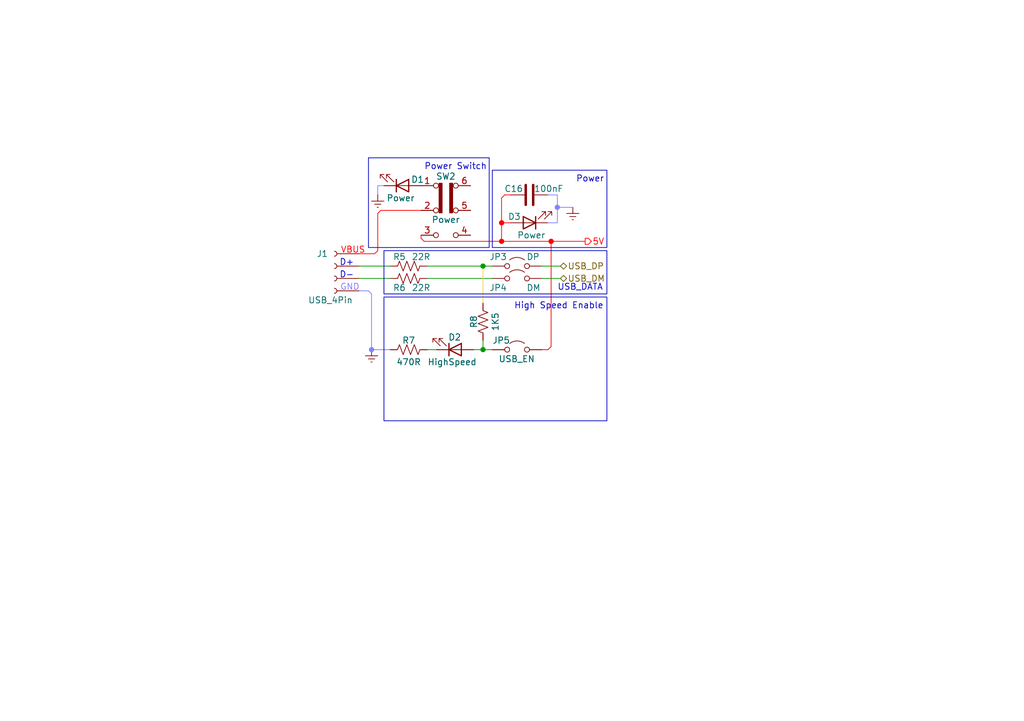
<source format=kicad_sch>
(kicad_sch (version 20231120) (generator "eeschema") (generator_version "8.0")
  (paper "A5")
  (title_block (title "USB Receptacle") (date "2024-10-26") (company "Designer: Ginsakura"))
  (lib_symbols
    (symbol "Connector:Conn_01x04_Socket" (pin_numbers hide) (pin_names (offset 1.016) hide)
      (property "Reference" "J" (at 0 5.08 0))
      (property "Value" "Conn_01x04_Socket" (at 0 -7.62 0))
      (symbol "Conn_01x04_Socket_1_1"
        (arc (start 0 -4.572) (mid -0.5058 -5.08) (end 0 -5.588) (stroke (width 0.1524)))
        (arc (start 0 -2.032) (mid -0.5058 -2.54) (end 0 -3.048) (stroke (width 0.1524)))
        (polyline (pts (xy -1.27 -5.08) (xy -0.508 -5.08)) (stroke (width 0.1524)))
        (polyline (pts (xy -1.27 -2.54) (xy -0.508 -2.54)) (stroke (width 0.1524)))
        (polyline (pts (xy -1.27 0) (xy -0.508 0)) (stroke (width 0.1524)))
        (polyline (pts (xy -1.27 2.54) (xy -0.508 2.54)) (stroke (width 0.1524)))
        (arc (start 0 0.508) (mid -0.5058 0) (end 0 -0.508) (stroke (width 0.1524)))
        (arc (start 0 3.048) (mid -0.5058 2.54) (end 0 2.032) (stroke (width 0.1524)))
        (pin passive line (at -5.08 2.54 0) (length 3.81) (name "Pin_1") (number "1"))
        (pin passive line (at -5.08 0 0) (length 3.81) (name "Pin_2") (number "2"))
        (pin passive line (at -5.08 -2.54 0) (length 3.81) (name "Pin_3") (number "3"))
        (pin passive line (at -5.08 -5.08 0) (length 3.81) (name "Pin_4") (number "4"))
      )
    )
    (symbol "Device:C" (pin_numbers hide) (pin_names (offset 0.254))
      (property "Reference" "C" (at 0.635 2.54 0))
      (property "Value" "C" (at 0.635 -2.54 0))
      (symbol "C_0_1"
        (polyline (pts (xy -2.032 -0.762) (xy 2.032 -0.762)) (stroke (width 0.508)))
        (polyline (pts (xy -2.032 0.762) (xy 2.032 0.762)) (stroke (width 0.508)))
      )
      (symbol "C_1_1"
        (pin passive line (at 0 3.81 270) (length 2.794) (name "~") (number "1"))
        (pin passive line (at 0 -3.81 90) (length 2.794) (name "~") (number "2"))
      )
    )
    (symbol "Device:LED" (pin_numbers hide) (pin_names (offset 1.016) hide)
      (property "Reference" "D" (at 0 2.54 0))
      (property "Value" "LED" (at 0 -2.54 0))
      (symbol "LED_0_1"
        (polyline (pts (xy -1.27 -1.27) (xy -1.27 1.27)) (stroke (width 0.254)))
        (polyline (pts (xy -1.27 0) (xy 1.27 0)))
        (polyline (pts (xy 1.27 -1.27) (xy 1.27 1.27) (xy -1.27 0) (xy 1.27 -1.27)) (stroke (width 0.254)))
        (polyline (pts (xy -3.048 -0.762) (xy -4.572 -2.286) (xy -3.81 -2.286) (xy -4.572 -2.286) (xy -4.572 -1.524)))
        (polyline (pts (xy -1.778 -0.762) (xy -3.302 -2.286) (xy -2.54 -2.286) (xy -3.302 -2.286) (xy -3.302 -1.524)))
      )
      (symbol "LED_1_1"
        (pin passive line (at -3.81 0 0) (length 2.54) (name "K") (number "1"))
        (pin passive line (at 3.81 0 180) (length 2.54) (name "A") (number "2"))
      )
    )
    (symbol "Device:R_US" (pin_numbers hide) (pin_names (offset 0))
      (property "Reference" "R" (at 2.54 0 90))
      (property "Value" "R_US" (at -2.54 0 90))
      (symbol "R_US_0_1"
        (polyline (pts (xy 0 -2.286) (xy 0 -2.54)))
        (polyline (pts (xy 0 2.286) (xy 0 2.54)))
        (polyline (pts (xy 0 -0.762) (xy 1.016 -1.143) (xy 0 -1.524) (xy -1.016 -1.905) (xy 0 -2.286)))
        (polyline (pts (xy 0 0.762) (xy 1.016 0.381) (xy 0 0) (xy -1.016 -0.381) (xy 0 -0.762)))
        (polyline (pts (xy 0 2.286) (xy 1.016 1.905) (xy 0 1.524) (xy -1.016 1.143) (xy 0 0.762)))
      )
      (symbol "R_US_1_1"
        (pin passive line (at 0 3.81 270) (length 1.27) (name "~") (number "1"))
        (pin passive line (at 0 -3.81 90) (length 1.27) (name "~") (number "2"))
      )
    )
    (symbol "Jumper:Jumper_2_Open" (pin_numbers hide) (pin_names (offset 0) hide) (exclude_from_sim yes)
      (property "Reference" "JP" (at 0 2.794 0))
      (property "Value" "Jumper_2_Open" (at 0 -2.286 0))
      (symbol "Jumper_2_Open_0_0"
        (circle (center -2.032 0) (radius 0.508))
        (circle (center 2.032 0) (radius 0.508))
      )
      (symbol "Jumper_2_Open_0_1"
        (arc (start 1.524 1.27) (mid 0 1.778) (end -1.524 1.27))
      )
      (symbol "Jumper_2_Open_1_1"
        (pin passive line (at -5.08 0 0) (length 2.54) (name "A") (number "1"))
        (pin passive line (at 5.08 0 180) (length 2.54) (name "B") (number "2"))
      )
    )
    (symbol "Jumper_2_Open_1" (pin_numbers hide) (pin_names (offset 0) hide) (exclude_from_sim yes)
      (property "Reference" "JP" (at 0 2.794 0))
      (property "Value" "Jumper_2_Open" (at 0 -2.286 0))
      (symbol "Jumper_2_Open_1_0_0"
        (circle (center -2.032 0) (radius 0.508))
        (circle (center 2.032 0) (radius 0.508))
      )
      (symbol "Jumper_2_Open_1_0_1"
        (arc (start 1.524 1.27) (mid 0 1.778) (end -1.524 1.27))
      )
      (symbol "Jumper_2_Open_1_1_1"
        (pin passive line (at -5.08 0 0) (length 2.54) (name "A") (number "1"))
        (pin passive line (at 5.08 0 180) (length 2.54) (name "B") (number "2"))
      )
    )
    (symbol "Switch:SW_Slide_DPDT" (pin_names (offset 0) hide)
      (property "Reference" "SW" (at 0 6.858 0))
      (property "Value" "SW_Slide_DPDT" (at 0 -8.128 0))
      (symbol "SW_Slide_DPDT_0_0"
        (circle (center -2.032 -5.08) (radius 0.508))
        (circle (center -2.032 5.08) (radius 0.508))
        (circle (center 2.032 -5.08) (radius 0.508))
        (circle (center 2.032 0) (radius 0.508))
      )
      (symbol "SW_Slide_DPDT_0_1"
        (circle (center -2.032 0) (radius 0.508))
        (circle (center 2.032 5.08) (radius 0.508))
      )
      (symbol "SW_Slide_DPDT_1_1"
        (rectangle (start -1.397 5.588) (end -0.762 -0.508) (fill (type outline)))
        (rectangle (start 0.762 5.588) (end 1.397 -0.508) (fill (type outline)))
        (pin passive line (at -5.08 5.08 0) (length 2.54) (name "A") (number "1"))
        (pin passive line (at -5.08 0 0) (length 2.54) (name "B") (number "2"))
        (pin passive line (at -5.08 -5.08 0) (length 2.54) (name "C") (number "3"))
        (pin passive line (at 5.08 -5.08 180) (length 2.54) (name "A") (number "4"))
        (pin passive line (at 5.08 0 180) (length 2.54) (name "B") (number "5"))
        (pin passive line (at 5.08 5.08 180) (length 2.54) (name "C") (number "6"))
      )
    )
    (symbol "power:Earth" (power) (pin_numbers hide) (pin_names (offset 0) hide)
      (property "Value" "Earth" (at 0 -3.81 0))
      (symbol "Earth_0_1"
        (polyline (pts (xy -0.635 -1.905) (xy 0.635 -1.905)))
        (polyline (pts (xy -0.127 -2.54) (xy 0.127 -2.54)))
        (polyline (pts (xy 0 -1.27) (xy 0 0)))
        (polyline (pts (xy 1.27 -1.27) (xy -1.27 -1.27)))
      )
      (symbol "Earth_1_1"
        (pin power_in line (at 0 0 270) (length 0) (name "~") (number "1"))
      )
    )
  )
  (junction (at 102.87 45.72) (color 255 0 0 1))
  (junction (at 102.87 49.53) (color 255 0 0 1))
  (junction (at 99.06 54.61))
  (junction (at 76.2 71.755) (color 127 127 255 1))
  (junction (at 99.06 71.755))
  (junction (at 113.03 49.53) (color 255 0 0 1))
  (junction (at 114.3 42.545) (color 127 127 255 1))
  (wire (pts (xy 111.125 57.15) (xy 114.935 57.15)))
  (wire (pts (xy 114.3 42.545) (xy 114.3 40.005)) (stroke (width 0) (color 127 127 255 1)))
  (wire (pts (xy 99.06 69.85) (xy 99.06 71.755)))
  (wire (pts (xy 103.505 40.005) (xy 104.775 40.005)) (stroke (width 0) (color 255 0 0 1)))
  (wire (pts (xy 111.125 54.61) (xy 114.935 54.61)))
  (wire (pts (xy 73.66 59.69) (xy 75.565 59.69)) (stroke (width 0) (color 127 127 255 1)))
  (wire (pts (xy 75.565 59.69) (xy 76.2 60.325)) (stroke (width 0) (color 127 127 255 1)))
  (wire (pts (xy 102.87 49.53) (xy 113.03 49.53)) (stroke (width 0) (color 255 0 0 1)))
  (wire (pts (xy 73.66 57.15) (xy 80.01 57.15)))
  (wire (pts (xy 112.395 71.755) (xy 113.03 71.12)) (stroke (width 0) (color 255 0 0 1)))
  (wire (pts (xy 102.87 40.64) (xy 102.87 45.72)) (stroke (width 0) (color 255 0 0 1)))
  (wire (pts (xy 102.87 45.72) (xy 104.775 45.72)) (stroke (width 0) (color 255 0 0 1)))
  (wire (pts (xy 76.2 71.755) (xy 80.01 71.755)) (stroke (width 0) (color 127 127 255 1)))
  (wire (pts (xy 87.63 71.755) (xy 89.535 71.755)))
  (wire (pts (xy 76.2 60.325) (xy 76.2 71.755)) (stroke (width 0) (color 127 127 255 1)))
  (wire (pts (xy 77.47 43.815) (xy 78.105 43.18)) (stroke (width 0) (color 255 0 0 1)))
  (wire (pts (xy 114.3 40.005) (xy 112.395 40.005)) (stroke (width 0) (color 127 127 255 1)))
  (wire (pts (xy 113.03 49.53) (xy 120.015 49.53)) (stroke (width 0) (color 255 0 0 1)))
  (wire (pts (xy 99.06 62.23) (xy 99.06 54.61)) (stroke (width 0) (color 255 202 70 1)))
  (wire (pts (xy 102.87 40.64) (xy 103.505 40.005)) (stroke (width 0) (color 255 0 0 1)))
  (wire (pts (xy 114.3 42.545) (xy 114.3 45.72)) (stroke (width 0) (color 127 127 255 1)))
  (wire (pts (xy 86.36 48.26) (xy 86.36 48.895)) (stroke (width 0) (color 255 0 0 1)))
  (wire (pts (xy 113.03 49.53) (xy 113.03 71.12)) (stroke (width 0) (color 255 0 0 1)))
  (wire (pts (xy 99.06 54.61) (xy 100.965 54.61)))
  (wire (pts (xy 77.47 51.435) (xy 76.835 52.07)) (stroke (width 0) (color 255 0 0 1)))
  (wire (pts (xy 117.475 42.545) (xy 114.3 42.545)) (stroke (width 0) (color 127 127 255 1)))
  (wire (pts (xy 87.63 54.61) (xy 99.06 54.61)))
  (wire (pts (xy 97.155 71.755) (xy 99.06 71.755)))
  (wire (pts (xy 87.63 57.15) (xy 100.965 57.15)))
  (wire (pts (xy 112.395 45.72) (xy 114.3 45.72)) (stroke (width 0) (color 127 127 255 1)))
  (wire (pts (xy 99.06 71.755) (xy 100.965 71.755)))
  (wire (pts (xy 73.66 54.61) (xy 80.01 54.61)))
  (wire (pts (xy 77.47 38.1) (xy 78.74 38.1)) (stroke (width 0) (color 127 127 255 1)))
  (wire (pts (xy 86.995 49.53) (xy 102.87 49.53)) (stroke (width 0) (color 255 0 0 1)))
  (wire (pts (xy 73.66 52.07) (xy 76.835 52.07)) (stroke (width 0) (color 255 0 0 1)))
  (wire (pts (xy 86.995 49.53) (xy 86.36 48.895)) (stroke (width 0) (color 255 0 0 1)))
  (wire (pts (xy 77.47 43.815) (xy 77.47 51.435)) (stroke (width 0) (color 255 0 0 1)))
  (wire (pts (xy 78.105 43.18) (xy 86.36 43.18)) (stroke (width 0) (color 255 0 0 1)))
  (wire (pts (xy 102.87 45.72) (xy 102.87 49.53)) (stroke (width 0) (color 255 0 0 1)))
  (wire (pts (xy 111.125 71.755) (xy 112.395 71.755)) (stroke (width 0) (color 255 0 0 1)))
  (wire (pts (xy 77.47 40.005) (xy 77.47 38.1)) (stroke (width 0) (color 127 127 255 1)))
  (rectangle (start 78.74 60.96) (end 124.46 86.36))
  (rectangle (start 100.965 34.925) (end 124.46 50.8))
  (rectangle (start 75.565 32.385) (end 100.33 50.8))
  (rectangle (start 78.74 51.435) (end 124.46 60.325))
  (text "D+" (at 71.12 53.975 0) (effects (font (size 1.27 1.27))))
  (text "Power" (at 118.11 36.83 0) (effects (font (size 1.27 1.27)) (justify left)))
  (text "Power Switch" (at 86.995 34.29 0) (effects (font (size 1.27 1.27)) (justify left)))
  (text "USB_DATA" (at 114.3 59.055 0) (effects (font (size 1.27 1.27)) (justify left)))
  (text "VBUS" (at 72.39 51.435 0) (effects (font (size 1.27 1.27))))
  (text "GND" (at 71.755 59.055 0) (effects (font (size 1.27 1.27))))
  (text "High Speed Enable" (at 105.41 62.865 0) (effects (font (size 1.27 1.27)) (justify left)))
  (text "D-" (at 71.12 56.515 0) (effects (font (size 1.27 1.27))))
  (hierarchical_label "5V" (shape output) (at 120.015 49.53 0))
  (hierarchical_label "USB_DM" (shape bidirectional) (at 114.935 57.15 0))
  (hierarchical_label "USB_DP" (shape bidirectional) (at 114.935 54.61 0))
  (symbol (lib_id "Device:LED") (at 108.585 45.72 180) (unit 1)
    (property "Reference" "D3" (at 104.14 44.45 0) (effects (justify right)))
    (property "Value" "Power" (at 106.045 48.26 0) (effects (justify right)))
    (property "Footprint" "LED_SMD:LED_0805_2012Metric" (effects (hide yes)))
    (property "Description" "Light emitting diode" (effects (hide yes)))
  )
  (symbol (lib_id "Device:R_US") (at 83.82 54.61 270) (unit 1)
    (property "Reference" "R5" (at 81.915 52.705 90))
    (property "Value" "22R" (at 86.36 52.705 90))
    (property "Footprint" "Resistor_SMD:R_0805_2012Metric" (effects (hide yes)))
    (property "Description" "Resistor, US symbol" (effects (hide yes)))
  )
  (symbol (lib_id "Device:R_US") (at 83.82 57.15 270) (unit 1)
    (property "Reference" "R6" (at 81.915 59.055 90))
    (property "Value" "22R" (at 86.36 59.055 90))
    (property "Footprint" "Resistor_SMD:R_0805_2012Metric" (effects (hide yes)))
    (property "Description" "Resistor, US symbol" (effects (hide yes)))
  )
  (symbol (lib_id "Switch:SW_Slide_DPDT") (at 91.44 43.18 0) (unit 1)
    (property "Reference" "SW2" (at 91.44 36.195 0))
    (property "Value" "Power" (at 91.44 45.085 0))
    (property "Description" "Slide Switch, dual pole double throw" (effects (hide yes)))
  )
  (symbol (lib_id "Connector:Conn_01x04_Socket") (at 68.58 57.15 180) (unit 1)
    (property "Reference" "J1" (at 67.31 52.07 0) (effects (justify left)))
    (property "Value" "USB_4Pin" (at 72.39 61.595 0) (effects (justify left)))
    (property "Footprint" "Connector_PinSocket_2.54mm:PinSocket_1x04_P2.54mm_Vertical" (effects (hide yes)))
    (property "Description" "Generic connector, single row, 01x04, script generated" (effects (hide yes)))
  )
  (symbol (lib_id "Device:C") (at 108.585 40.005 90) (unit 1)
    (property "Reference" "C16" (at 107.315 38.735 90) (effects (justify left)))
    (property "Value" "100nF" (at 115.57 38.735 90) (effects (justify left)))
    (property "Footprint" "Capacitor_SMD:C_0603_1608Metric" (effects (hide yes)))
    (property "Description" "Unpolarized capacitor" (effects (hide yes)))
  )
  (symbol (lib_name "Jumper_2_Open_1") (lib_id "Jumper:Jumper_2_Open") (at 106.045 54.61 0) (mirror y) (unit 1) (exclude_from_sim yes)
    (property "Reference" "JP3" (at 100.33 52.705 0) (effects (justify right)))
    (property "Value" "DP" (at 107.95 52.705 0) (effects (justify right)))
    (property "Footprint" "Connector_PinHeader_2.54mm:PinHeader_1x02_P2.54mm_Vertical" (effects (hide yes)))
    (property "Description" "Jumper, 2-pole, open" (effects (hide yes)))
  )
  (symbol (lib_id "power:Earth") (at 117.475 42.545 0) (unit 1)
    (property "Reference" "#PWR08" (effects (hide yes)))
    (property "Value" "Earth" (effects (hide yes)))
    (property "Description" "Power symbol creates a global label with name \"Earth\"" (effects (hide yes)))
  )
  (symbol (lib_id "Device:R_US") (at 83.82 71.755 270) (unit 1)
    (property "Reference" "R7" (at 83.82 69.85 90))
    (property "Value" "470R" (at 83.82 74.295 90))
    (property "Footprint" "Resistor_SMD:R_0805_2012Metric" (effects (hide yes)))
    (property "Description" "Resistor, US symbol" (effects (hide yes)))
  )
  (symbol (lib_id "Device:LED") (at 93.345 71.755 0) (mirror x) (unit 1)
    (property "Reference" "D2" (at 94.615 69.215 0) (effects (justify right)))
    (property "Value" "HighSpeed" (at 97.79 74.295 0) (effects (justify right)))
    (property "Footprint" "LED_SMD:LED_0805_2012Metric" (effects (hide yes)))
    (property "Description" "Light emitting diode" (effects (hide yes)))
  )
  (symbol (lib_id "power:Earth") (at 77.47 40.005 0) (mirror y) (unit 1)
    (property "Reference" "#PWR07" (effects (hide yes)))
    (property "Value" "Earth" (effects (hide yes)))
    (property "Description" "Power symbol creates a global label with name \"Earth\"" (effects (hide yes)))
  )
  (symbol (lib_id "Jumper:Jumper_2_Open") (at 106.045 57.15 0) (mirror y) (unit 1) (exclude_from_sim yes)
    (property "Reference" "JP4" (at 100.33 59.055 0) (effects (justify right)))
    (property "Value" "DM" (at 107.95 59.055 0) (effects (justify right)))
    (property "Footprint" "Connector_PinHeader_2.54mm:PinHeader_1x02_P2.54mm_Vertical" (effects (hide yes)))
    (property "Description" "Jumper, 2-pole, open" (effects (hide yes)))
  )
  (symbol (lib_id "power:Earth") (at 76.2 71.755 0) (unit 1)
    (property "Reference" "#PWR06" (effects (hide yes)))
    (property "Value" "Earth" (effects (hide yes)))
    (property "Description" "Power symbol creates a global label with name \"Earth\"" (effects (hide yes)))
  )
  (symbol (lib_id "Device:LED") (at 82.55 38.1 0) (mirror x) (unit 1)
    (property "Reference" "D1" (at 86.995 36.83 0) (effects (justify right)))
    (property "Value" "Power" (at 85.09 40.64 0) (effects (justify right)))
    (property "Footprint" "LED_SMD:LED_0805_2012Metric" (effects (hide yes)))
    (property "Description" "Light emitting diode" (effects (hide yes)))
  )
  (symbol (lib_id "Device:R_US") (at 99.06 66.04 180) (unit 1)
    (property "Reference" "R8" (at 97.155 66.04 90))
    (property "Value" "1K5" (at 101.6 66.04 90))
    (property "Footprint" "Resistor_SMD:R_0805_2012Metric" (effects (hide yes)))
    (property "Description" "Resistor, US symbol" (effects (hide yes)))
  )
  (symbol (lib_id "Jumper:Jumper_2_Open") (at 106.045 71.755 0) (mirror y) (unit 1) (exclude_from_sim yes)
    (property "Reference" "JP5" (at 100.965 69.85 0) (effects (justify right)))
    (property "Value" "USB_EN" (at 102.235 73.66 0) (effects (justify right)))
    (property "Footprint" "Connector_PinHeader_2.54mm:PinHeader_1x02_P2.54mm_Vertical" (effects (hide yes)))
    (property "Description" "Jumper, 2-pole, open" (effects (hide yes)))
  )
)
</source>
